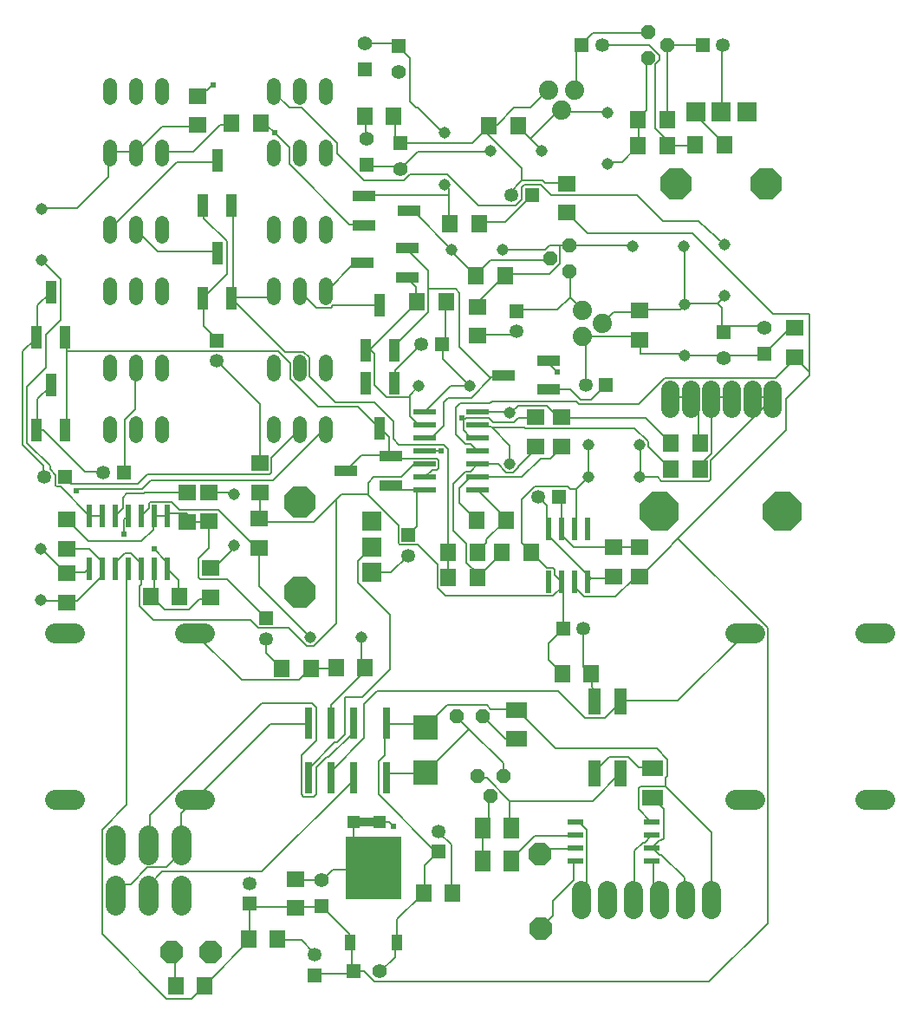
<source format=gbr>
G04 EAGLE Gerber X2 export*
%TF.Part,Single*%
%TF.FileFunction,Copper,L1,Top,Mixed*%
%TF.FilePolarity,Positive*%
%TF.GenerationSoftware,Autodesk,EAGLE,9.2.0*%
%TF.CreationDate,2018-10-30T13:39:06Z*%
G75*
%MOMM*%
%FSLAX34Y34*%
%LPD*%
%INTop Copper*%
%IPPOS*%
%AMOC8*
5,1,8,0,0,1.08239X$1,22.5*%
G01*
%ADD10C,1.143000*%
%ADD11R,1.350000X1.350000*%
%ADD12C,1.350000*%
%ADD13R,1.600000X1.800000*%
%ADD14R,1.800000X1.600000*%
%ADD15C,1.408000*%
%ADD16R,1.408000X1.408000*%
%ADD17C,1.320800*%
%ADD18R,0.600000X2.200000*%
%ADD19R,2.200000X0.600000*%
%ADD20C,1.950000*%
%ADD21R,0.800000X3.100000*%
%ADD22P,1.429621X8X202.500000*%
%ADD23P,2.336880X8X112.500000*%
%ADD24R,1.270000X2.540000*%
%ADD25C,1.879600*%
%ADD26P,1.429621X8X292.500000*%
%ADD27P,1.429621X8X112.500000*%
%ADD28R,1.600000X1.803000*%
%ADD29R,1.066800X2.184400*%
%ADD30R,1.803000X1.600000*%
%ADD31R,2.184400X1.066800*%
%ADD32R,2.000000X1.600000*%
%ADD33R,1.600000X2.000000*%
%ADD34R,1.879600X1.879600*%
%ADD35P,3.247170X8X112.500000*%
%ADD36R,1.000000X1.600000*%
%ADD37R,5.400000X6.200000*%
%ADD38R,1.549400X0.533400*%
%ADD39P,3.247170X8X22.500000*%
%ADD40P,2.336880X8X22.500000*%
%ADD41P,2.336880X8X202.500000*%
%ADD42R,2.400000X2.400000*%
%ADD43R,1.270000X1.270000*%
%ADD44C,0.812800*%
%ADD45C,1.800000*%
%ADD46P,4.123906X8X22.500000*%
%ADD47C,1.879600*%
%ADD48C,0.203200*%
%ADD49C,0.604800*%


D10*
X318710Y377210D03*
X268710Y377210D03*
D11*
X484900Y809150D03*
D12*
X464900Y809150D03*
D11*
X469900Y695800D03*
D12*
X469900Y675800D03*
D10*
X540150Y565150D03*
X590150Y565150D03*
D11*
X177490Y666880D03*
D12*
X177490Y646880D03*
D11*
X557640Y623650D03*
D12*
X537640Y623650D03*
D11*
X397350Y663480D03*
D12*
X377350Y663480D03*
D13*
X484090Y460470D03*
X456090Y460470D03*
D10*
X463550Y596500D03*
X463550Y546500D03*
X194020Y466910D03*
X194020Y516910D03*
D11*
X86200Y538020D03*
D12*
X66200Y538020D03*
D11*
X511650Y514350D03*
D12*
X491650Y514350D03*
D11*
X515510Y386000D03*
D12*
X535510Y386000D03*
D10*
X5000Y413530D03*
X5000Y463530D03*
D11*
X29050Y533400D03*
D12*
X9050Y533400D03*
D10*
X540150Y533400D03*
X590150Y533400D03*
D11*
X363870Y477000D03*
D12*
X363870Y457000D03*
D11*
X225780Y395840D03*
D12*
X225780Y375840D03*
D13*
X514590Y341550D03*
X542590Y341550D03*
D10*
X634050Y652588D03*
X634050Y702588D03*
D11*
X273050Y47150D03*
D12*
X273050Y67150D03*
D13*
X236250Y82550D03*
X208250Y82550D03*
X379700Y127000D03*
X407700Y127000D03*
D11*
X393700Y167800D03*
D12*
X393700Y187800D03*
D11*
X209550Y117000D03*
D12*
X209550Y137000D03*
D14*
X254000Y113000D03*
X254000Y141000D03*
D10*
X6350Y745160D03*
X6350Y795160D03*
D11*
X651940Y955743D03*
D12*
X671940Y955743D03*
D11*
X533560Y955743D03*
D12*
X553560Y955743D03*
D10*
X558800Y839380D03*
X558800Y889380D03*
X494900Y851870D03*
X444900Y851870D03*
D15*
X336550Y50800D03*
D16*
X311150Y50800D03*
D15*
X279400Y139700D03*
D16*
X279400Y114300D03*
D17*
X283800Y708396D02*
X283800Y721604D01*
X258400Y721604D02*
X258400Y708396D01*
X233000Y708396D02*
X233000Y721604D01*
X233000Y768396D02*
X233000Y781604D01*
X258400Y781604D02*
X258400Y768396D01*
X283800Y768396D02*
X283800Y781604D01*
D18*
X65420Y443900D03*
X65420Y495900D03*
X52720Y443900D03*
X78120Y443900D03*
X90820Y443900D03*
X52720Y495900D03*
X78120Y495900D03*
X90820Y495900D03*
X116220Y443900D03*
X116220Y495900D03*
X103520Y443900D03*
X128920Y443900D03*
X103520Y495900D03*
X128920Y495900D03*
D19*
X432400Y533400D03*
X380400Y533400D03*
X432400Y520700D03*
X432400Y546100D03*
X432400Y558800D03*
X380400Y520700D03*
X380400Y546100D03*
X380400Y558800D03*
X432400Y584200D03*
X380400Y584200D03*
X432400Y571500D03*
X432400Y596900D03*
X380400Y571500D03*
X380400Y596900D03*
D18*
X527050Y483200D03*
X527050Y431200D03*
X539750Y483200D03*
X514350Y483200D03*
X501650Y483200D03*
X539750Y431200D03*
X514350Y431200D03*
X501650Y431200D03*
D20*
X38250Y218850D02*
X18750Y218850D01*
X18750Y381150D02*
X38250Y381150D01*
X145750Y218850D02*
X165250Y218850D01*
X165250Y381150D02*
X145750Y381150D01*
D21*
X342800Y293200D03*
X310800Y293200D03*
X288800Y293200D03*
X266800Y293200D03*
X342800Y240200D03*
X310800Y240200D03*
X288800Y240200D03*
X266800Y240200D03*
D22*
X436900Y300000D03*
X411500Y300000D03*
D23*
X492760Y165100D03*
X493760Y92280D03*
D17*
X283800Y843396D02*
X283800Y856604D01*
X258400Y856604D02*
X258400Y843396D01*
X233000Y843396D02*
X233000Y856604D01*
X233000Y903396D02*
X233000Y916604D01*
X258400Y916604D02*
X258400Y903396D01*
X283800Y903396D02*
X283800Y916604D01*
X73000Y916604D02*
X73000Y903396D01*
X98400Y903396D02*
X98400Y916604D01*
X123800Y916604D02*
X123800Y903396D01*
X123800Y856604D02*
X123800Y843396D01*
X98400Y843396D02*
X98400Y856604D01*
X73000Y856604D02*
X73000Y843396D01*
D24*
X546100Y244400D03*
X571500Y244400D03*
X571500Y314400D03*
X546100Y314400D03*
D20*
X810250Y381150D02*
X829750Y381150D01*
X829750Y218850D02*
X810250Y218850D01*
X702750Y381150D02*
X683250Y381150D01*
X683250Y218850D02*
X702750Y218850D01*
D25*
X527050Y911320D03*
X514350Y892270D03*
X501650Y911320D03*
D26*
X598440Y943045D03*
X617490Y955745D03*
X598440Y968445D03*
D27*
X521970Y760080D03*
X502920Y747380D03*
X521970Y734680D03*
D25*
X534560Y696580D03*
X553610Y683880D03*
X534560Y671180D03*
D28*
X403340Y460470D03*
X431780Y460470D03*
X471420Y876490D03*
X442980Y876490D03*
X589030Y882650D03*
X617470Y882650D03*
X350230Y886260D03*
X321790Y886260D03*
X433320Y781050D03*
X404880Y781050D03*
D29*
X322550Y657450D03*
X336550Y701450D03*
X350550Y657450D03*
D28*
X617470Y857250D03*
X589030Y857250D03*
D30*
X519350Y820290D03*
X519350Y791850D03*
X431800Y671580D03*
X431800Y700020D03*
D28*
X458720Y730250D03*
X430280Y730250D03*
D30*
X590550Y696370D03*
X590550Y667930D03*
X741470Y679260D03*
X741470Y650820D03*
D31*
X501140Y619270D03*
X457140Y633270D03*
X501140Y647270D03*
X363630Y728950D03*
X319630Y742950D03*
X363630Y756950D03*
D29*
X350550Y625250D03*
X336550Y581250D03*
X322550Y625250D03*
D30*
X170910Y444770D03*
X170910Y416330D03*
D28*
X112590Y417370D03*
X141030Y417370D03*
D29*
X1240Y579440D03*
X15240Y623440D03*
X29240Y579440D03*
X1240Y669819D03*
X15240Y713819D03*
X29240Y669819D03*
D30*
X30590Y411230D03*
X30590Y439670D03*
X590550Y436630D03*
X590550Y465070D03*
D28*
X373130Y704850D03*
X401570Y704850D03*
D29*
X163800Y707900D03*
X177800Y751900D03*
X191800Y707900D03*
X163800Y798420D03*
X177800Y842420D03*
X191800Y798420D03*
D30*
X219130Y518640D03*
X219130Y547080D03*
D28*
X240560Y346930D03*
X269000Y346930D03*
D31*
X347120Y525750D03*
X303120Y539750D03*
X347120Y553750D03*
D32*
X469900Y278100D03*
X469900Y306100D03*
D28*
X403510Y435390D03*
X431950Y435390D03*
D30*
X565150Y436630D03*
X565150Y465070D03*
D28*
X431060Y491410D03*
X459500Y491410D03*
D33*
X464850Y190500D03*
X436850Y190500D03*
D30*
X514350Y592070D03*
X514350Y563630D03*
D28*
X649220Y541290D03*
X620780Y541290D03*
X649220Y566880D03*
X620780Y566880D03*
D33*
X436850Y158750D03*
X464850Y158750D03*
D32*
X603250Y248950D03*
X603250Y220950D03*
D28*
X322170Y347730D03*
X293730Y347730D03*
D30*
X488950Y563630D03*
X488950Y592070D03*
X30590Y492010D03*
X30590Y463570D03*
X218820Y464670D03*
X218820Y493110D03*
X169790Y490250D03*
X169790Y518690D03*
X148040Y490010D03*
X148040Y518450D03*
X158750Y877320D03*
X158750Y905760D03*
D34*
X645000Y890000D03*
X670000Y890000D03*
X695000Y890000D03*
D35*
X626000Y820000D03*
X714000Y820000D03*
D15*
X323850Y863600D03*
D16*
X323850Y838200D03*
D15*
X356870Y834390D03*
D16*
X356870Y859790D03*
D15*
X672562Y650113D03*
D16*
X672562Y675513D03*
D15*
X712470Y679450D03*
D16*
X712470Y654050D03*
D36*
X307400Y79000D03*
X353000Y79000D03*
D37*
X330200Y152000D03*
D38*
X528066Y196850D03*
X528066Y184150D03*
X528066Y171450D03*
X528066Y158750D03*
X602234Y158750D03*
X602234Y171450D03*
X602234Y184150D03*
X602234Y196850D03*
D34*
X328400Y490400D03*
X328400Y465400D03*
X328400Y440400D03*
D39*
X258400Y509400D03*
X258400Y421400D03*
D31*
X320900Y807750D03*
X364900Y793750D03*
X320900Y779750D03*
D17*
X73000Y781604D02*
X73000Y768396D01*
X98400Y768396D02*
X98400Y781604D01*
X123800Y781604D02*
X123800Y768396D01*
X123800Y721604D02*
X123800Y708396D01*
X98400Y708396D02*
X98400Y721604D01*
X73000Y721604D02*
X73000Y708396D01*
D40*
X133350Y69850D03*
D41*
X171450Y69850D03*
D42*
X381000Y288700D03*
X381000Y244700D03*
D43*
X311150Y196850D03*
X336550Y196850D03*
D44*
X311150Y196850D01*
D45*
X640000Y601000D02*
X640000Y619000D01*
X620000Y619000D02*
X620000Y601000D01*
X720000Y601000D02*
X720000Y619000D01*
X660000Y619000D02*
X660000Y601000D01*
X680000Y601000D02*
X680000Y619000D01*
X700000Y619000D02*
X700000Y601000D01*
D46*
X610000Y500000D03*
X730000Y500000D03*
D47*
X660400Y130048D02*
X660400Y111252D01*
X635000Y111252D02*
X635000Y130048D01*
X609600Y130048D02*
X609600Y111252D01*
X584200Y111252D02*
X584200Y130048D01*
X558800Y130048D02*
X558800Y111252D01*
X533400Y111252D02*
X533400Y130048D01*
D20*
X78000Y135000D02*
X78000Y115500D01*
X110000Y115500D02*
X110000Y135000D01*
X142000Y135000D02*
X142000Y115500D01*
X142000Y165000D02*
X142000Y184500D01*
X110000Y184500D02*
X110000Y165000D01*
X78000Y165000D02*
X78000Y184500D01*
D10*
X456400Y755650D03*
X406400Y755650D03*
X424650Y622300D03*
X374650Y622300D03*
X583140Y759160D03*
X633140Y759160D03*
X400050Y869550D03*
X400050Y819550D03*
D15*
X355280Y929020D03*
D16*
X355280Y954420D03*
D15*
X321990Y957500D03*
D16*
X321990Y932100D03*
D22*
X431800Y241300D03*
X444500Y222250D03*
X457200Y241300D03*
D28*
X191520Y878840D03*
X219960Y878840D03*
X673340Y857780D03*
X644900Y857780D03*
D17*
X73000Y586604D02*
X73000Y573396D01*
X98400Y573396D02*
X98400Y586604D01*
X123800Y586604D02*
X123800Y573396D01*
X123800Y633396D02*
X123800Y646604D01*
X98400Y646604D02*
X98400Y633396D01*
X73000Y633396D02*
X73000Y646604D01*
X283800Y646604D02*
X283800Y633396D01*
X258400Y633396D02*
X258400Y646604D01*
X233000Y646604D02*
X233000Y633396D01*
X233000Y586604D02*
X233000Y573396D01*
X258400Y573396D02*
X258400Y586604D01*
X283800Y586604D02*
X283800Y573396D01*
D10*
X673612Y711120D03*
X673612Y761120D03*
D13*
X136920Y36960D03*
X164920Y36960D03*
D48*
X566928Y465328D02*
X589280Y465328D01*
X566928Y465328D02*
X565150Y465070D01*
X589280Y465328D02*
X590550Y465070D01*
X514096Y483616D02*
X514096Y512064D01*
X512064Y514096D01*
X514096Y483616D02*
X514350Y483200D01*
X512064Y514096D02*
X511650Y514350D01*
X526288Y465328D02*
X564896Y465328D01*
X526288Y465328D02*
X516128Y475488D01*
X516128Y481584D01*
X564896Y465328D02*
X565150Y465070D01*
X516128Y481584D02*
X514350Y483200D01*
X103632Y495808D02*
X103520Y495900D01*
X218820Y464670D02*
X221488Y460616D01*
X103520Y495900D02*
X103632Y497840D01*
X110680Y507952D02*
X112168Y509440D01*
X110680Y503060D02*
X103520Y495900D01*
X110680Y503060D02*
X110680Y507952D01*
X132972Y509440D02*
X140447Y501965D01*
X132972Y509440D02*
X112168Y509440D01*
X140447Y501965D02*
X178682Y501965D01*
X218820Y427100D02*
X268710Y377210D01*
X218820Y427100D02*
X218820Y464670D01*
X215977Y464670D01*
X178682Y501965D01*
X288800Y310867D02*
X288800Y293200D01*
X288800Y310867D02*
X322170Y344237D01*
X322170Y347730D01*
X318710Y351190D01*
X318710Y377210D01*
X79248Y489712D02*
X79248Y495808D01*
X78120Y495900D01*
X79248Y489712D01*
X78120Y495900D02*
X85280Y503060D01*
X105756Y517996D02*
X106210Y518450D01*
X148040Y518450D01*
X85280Y513773D02*
X85280Y503060D01*
X85280Y513773D02*
X89503Y517996D01*
X105756Y517996D01*
X65024Y495808D02*
X52832Y495808D01*
X52720Y495900D01*
X65024Y495808D02*
X65420Y495900D01*
X10160Y672592D02*
X24384Y686816D01*
X10160Y672592D02*
X10160Y640080D01*
X-8128Y621792D01*
X-8128Y566928D01*
X14224Y544576D01*
X50800Y497840D02*
X51782Y496848D01*
X52720Y495900D01*
X24384Y686816D02*
X24384Y727126D01*
X6350Y745160D01*
X14224Y544576D02*
X14224Y541364D01*
X19760Y525598D02*
X21248Y524110D01*
X24520Y524110D01*
X51782Y496848D01*
X19760Y535828D02*
X14224Y541364D01*
X19760Y535828D02*
X19760Y525598D01*
X310896Y741680D02*
X319024Y741680D01*
X310896Y741680D02*
X284480Y715264D01*
X319024Y741680D02*
X319630Y742950D01*
X284480Y715264D02*
X283800Y715000D01*
X177490Y646880D02*
X219130Y605240D01*
X219130Y547080D01*
X164592Y680720D02*
X164592Y707136D01*
X164592Y680720D02*
X176784Y668528D01*
X164592Y707136D02*
X163800Y707900D01*
X176784Y668528D02*
X177490Y666880D01*
X164592Y786384D02*
X164592Y796544D01*
X164592Y786384D02*
X186944Y764032D01*
X186944Y731520D01*
X164592Y709168D01*
X164592Y796544D02*
X163800Y798420D01*
X164592Y709168D02*
X163800Y707900D01*
X176784Y753872D02*
X119888Y753872D01*
X99568Y774192D01*
X176784Y753872D02*
X177800Y751900D01*
X99568Y774192D02*
X98400Y775000D01*
X138176Y841248D02*
X176784Y841248D01*
X138176Y841248D02*
X73152Y776224D01*
X176784Y841248D02*
X177800Y842420D01*
X73152Y776224D02*
X73000Y775000D01*
X471424Y591312D02*
X487680Y591312D01*
X471424Y591312D02*
X467360Y587248D01*
X447040Y587248D01*
X442976Y591312D01*
X420624Y591312D01*
X418592Y589280D01*
X418592Y579120D01*
X424688Y573024D01*
X487680Y591312D02*
X488950Y592070D01*
X418592Y589280D02*
X416560Y591312D01*
D49*
X416560Y591312D03*
D48*
X430876Y573024D02*
X432400Y571500D01*
X430876Y573024D02*
X424688Y573024D01*
X440620Y469310D02*
X431780Y460470D01*
X432816Y520192D02*
X432400Y520700D01*
X459500Y491410D02*
X459135Y491045D01*
X440620Y472530D01*
X440620Y469310D01*
X459135Y493965D02*
X432400Y520700D01*
X459135Y493965D02*
X459135Y491045D01*
X430784Y532384D02*
X424688Y532384D01*
X430784Y532384D02*
X432400Y533400D01*
X510032Y562864D02*
X514096Y562864D01*
X514350Y563630D01*
X432400Y533400D02*
X425040Y533400D01*
X502748Y551516D02*
X510766Y559534D01*
X514096Y562864D01*
X475553Y533400D02*
X432400Y533400D01*
X475553Y533400D02*
X493669Y551516D01*
X502748Y551516D02*
X510766Y559534D01*
X502748Y551516D02*
X493669Y551516D01*
X431060Y491410D02*
X414260Y508210D01*
X414260Y522620D02*
X425040Y533400D01*
X414260Y522620D02*
X414260Y508210D01*
X488950Y563630D02*
X491260Y563630D01*
X493743Y563630D01*
X445008Y448448D02*
X431950Y435390D01*
X456090Y459530D02*
X456090Y460470D01*
X456090Y459530D02*
X445008Y448448D01*
X460131Y538245D02*
X466969Y538245D01*
X471805Y543081D01*
X452276Y546100D02*
X432400Y546100D01*
X471805Y544175D02*
X471805Y543081D01*
X460131Y538245D02*
X452276Y546100D01*
X471805Y544175D02*
X491260Y563630D01*
X425240Y538940D02*
X420348Y538940D01*
X431950Y439693D02*
X431950Y435390D01*
X431950Y439693D02*
X421240Y450403D01*
X421240Y468303D01*
X408200Y481343D01*
X408200Y526792D02*
X420348Y538940D01*
X408200Y526792D02*
X408200Y481343D01*
X425240Y538940D02*
X432400Y546100D01*
X510032Y593344D02*
X514096Y593344D01*
X510032Y593344D02*
X499872Y603504D01*
X471424Y603504D01*
X465328Y597408D01*
X514096Y593344D02*
X514350Y592070D01*
X465328Y597408D02*
X463550Y596500D01*
X619760Y564896D02*
X620780Y566880D01*
X516128Y591312D02*
X514350Y592070D01*
X596348Y591312D02*
X620780Y566880D01*
X596348Y591312D02*
X516128Y591312D01*
X463550Y596500D02*
X463150Y596900D01*
X432400Y596900D01*
X619760Y540512D02*
X620780Y541290D01*
X445008Y583184D02*
X432816Y583184D01*
X445008Y583184D02*
X446336Y581856D01*
X432816Y583184D02*
X432400Y584200D01*
X598405Y563665D02*
X620780Y541290D01*
X598405Y563665D02*
X598405Y568569D01*
X478883Y581530D02*
X478557Y581856D01*
X446336Y581856D01*
X585444Y581530D02*
X598405Y568569D01*
X585444Y581530D02*
X478883Y581530D01*
X463550Y564642D02*
X463550Y546500D01*
X463550Y564642D02*
X446336Y581856D01*
X345440Y573024D02*
X345440Y554736D01*
X345440Y573024D02*
X337312Y581152D01*
X345440Y554736D02*
X347120Y553750D01*
X337312Y581152D02*
X336550Y581250D01*
X30480Y656336D02*
X30480Y668528D01*
X30480Y656336D02*
X30480Y581152D01*
X29240Y579440D01*
X30480Y668528D02*
X29240Y669819D01*
X303120Y539750D02*
X318106Y554736D01*
X345440Y554736D01*
X392452Y551640D02*
X394284Y549808D01*
X394284Y542392D01*
X392452Y540560D01*
X387560Y540560D01*
X380400Y533400D01*
X349230Y551640D02*
X347120Y553750D01*
X349230Y551640D02*
X392452Y551640D01*
X249256Y629608D02*
X249256Y644697D01*
X237617Y656336D01*
X249256Y629608D02*
X276104Y602760D01*
X237617Y656336D02*
X30480Y656336D01*
X276104Y602760D02*
X315040Y602760D01*
X336550Y581250D01*
X372680Y521176D02*
X374872Y521176D01*
X372680Y521176D02*
X348198Y521176D01*
X375348Y520700D02*
X380400Y520700D01*
X375348Y520700D02*
X374872Y521176D01*
X348198Y521176D02*
X347120Y525750D01*
X372680Y485810D02*
X363870Y477000D01*
X372680Y485810D02*
X372680Y521176D01*
X292608Y274320D02*
X268224Y249936D01*
X292608Y274320D02*
X294640Y274320D01*
X302768Y282448D01*
X302768Y319088D01*
X268224Y249936D02*
X268224Y241624D01*
X266800Y240200D01*
X314960Y451960D02*
X328400Y465400D01*
X314960Y451960D02*
X314960Y430784D01*
X346500Y399244D01*
X319675Y319088D02*
X302768Y319088D01*
X319675Y319088D02*
X346500Y345913D01*
X346500Y399244D01*
X650240Y542544D02*
X650240Y546608D01*
X660400Y556768D01*
X660400Y609600D01*
X650240Y542544D02*
X649220Y541290D01*
X660400Y609600D02*
X660000Y610000D01*
X660400Y611632D02*
X678688Y611632D01*
X680000Y610000D01*
X660400Y611632D02*
X660000Y610000D01*
X648208Y601472D02*
X648208Y566928D01*
X648208Y601472D02*
X640080Y609600D01*
X648208Y566928D02*
X649220Y566880D01*
X640080Y609600D02*
X640000Y610000D01*
X638048Y611632D02*
X621792Y611632D01*
X620000Y610000D01*
X638048Y611632D02*
X640000Y610000D01*
X400304Y666496D02*
X400304Y703072D01*
X400304Y666496D02*
X398272Y664464D01*
X400304Y703072D02*
X401570Y704850D01*
X398272Y664464D02*
X397350Y663480D01*
X405800Y622300D02*
X424650Y622300D01*
X405800Y622300D02*
X380400Y596900D01*
X398272Y662558D02*
X397350Y663480D01*
X398272Y648678D02*
X424650Y622300D01*
X398272Y648678D02*
X398272Y662558D01*
X158496Y875792D02*
X123952Y875792D01*
X99568Y851408D01*
X158496Y875792D02*
X158750Y877320D01*
X99568Y851408D02*
X98400Y850000D01*
X40640Y796544D02*
X8128Y796544D01*
X40640Y796544D02*
X71120Y827024D01*
X71120Y849376D01*
X8128Y796544D02*
X6350Y795160D01*
X71120Y849376D02*
X73000Y850000D01*
X73152Y851408D02*
X97536Y851408D01*
X98400Y850000D01*
X73152Y851408D02*
X73000Y850000D01*
X158750Y905760D02*
X160528Y904240D01*
X695000Y890000D02*
X694944Y887984D01*
X172588Y916300D02*
X160528Y904240D01*
X172588Y916300D02*
X174020Y916300D01*
D49*
X174020Y916300D03*
D48*
X670560Y890016D02*
X670560Y955040D01*
X671940Y955743D01*
X670560Y890016D02*
X670000Y890000D01*
X617728Y883920D02*
X617728Y955040D01*
X617728Y883920D02*
X617470Y882650D01*
X617728Y955040D02*
X617490Y955745D01*
X617728Y955040D02*
X650240Y955040D01*
X651940Y955743D01*
X617728Y955040D02*
X617490Y955745D01*
X597408Y967232D02*
X544576Y967232D01*
X534416Y957072D01*
X597408Y967232D02*
X598440Y968445D01*
X534416Y957072D02*
X533560Y955743D01*
X528320Y950976D02*
X528320Y912368D01*
X528320Y950976D02*
X532384Y955040D01*
X528320Y912368D02*
X527050Y911320D01*
X532384Y955040D02*
X533560Y955743D01*
X483616Y863600D02*
X493776Y853440D01*
X483616Y863600D02*
X471424Y875792D01*
X471420Y876490D01*
X493776Y853440D02*
X494900Y851870D01*
X518160Y890016D02*
X558800Y890016D01*
X518160Y890016D02*
X516128Y892048D01*
X558800Y890016D02*
X558800Y889380D01*
X516128Y892048D02*
X514350Y892270D01*
X514096Y894080D02*
X483616Y863600D01*
X514350Y892270D02*
X514096Y894080D01*
X589280Y881888D02*
X589280Y857504D01*
X589030Y857250D01*
X589280Y881888D02*
X589030Y882650D01*
X573024Y841248D02*
X558800Y841248D01*
X573024Y841248D02*
X587248Y855472D01*
X558800Y841248D02*
X558800Y839380D01*
X587248Y855472D02*
X589030Y857250D01*
X597408Y892048D02*
X597408Y942848D01*
X597408Y892048D02*
X589280Y883920D01*
X597408Y942848D02*
X598440Y943045D01*
X589280Y883920D02*
X589030Y882650D01*
X459232Y782320D02*
X434848Y782320D01*
X459232Y782320D02*
X485648Y808736D01*
X434848Y782320D02*
X433320Y781050D01*
X484900Y809150D02*
X485648Y808736D01*
X404368Y808736D02*
X404368Y814832D01*
X404368Y808736D02*
X404368Y782320D01*
X404368Y814832D02*
X400304Y818896D01*
X404368Y782320D02*
X404880Y781050D01*
X400304Y818896D02*
X400050Y819550D01*
X404368Y808736D02*
X321056Y808736D01*
X320900Y807750D01*
X522224Y733552D02*
X522224Y709168D01*
X534416Y696976D01*
X522224Y733552D02*
X521970Y734680D01*
X534416Y696976D02*
X534560Y696580D01*
X510032Y696976D02*
X471424Y696976D01*
X510032Y696976D02*
X522224Y709168D01*
X471424Y696976D02*
X469900Y695800D01*
X432816Y701040D02*
X432816Y705104D01*
X457200Y729488D01*
X432816Y701040D02*
X431800Y700020D01*
X457200Y729488D02*
X458720Y730250D01*
X457200Y755904D02*
X497840Y755904D01*
X501904Y759968D01*
X512064Y759968D02*
X520192Y759968D01*
X512064Y759968D02*
X501904Y759968D01*
X457200Y755904D02*
X456400Y755650D01*
X520192Y759968D02*
X521970Y760080D01*
X522224Y759968D02*
X581152Y759968D01*
X583140Y759160D01*
X522224Y759968D02*
X521970Y760080D01*
X501904Y731520D02*
X459232Y731520D01*
X501904Y731520D02*
X512064Y741680D01*
X512064Y759968D01*
X459232Y731520D02*
X458720Y730250D01*
X428752Y731520D02*
X406400Y753872D01*
X428752Y731520D02*
X430280Y730250D01*
X406400Y753872D02*
X406400Y755650D01*
X369824Y792480D02*
X365760Y792480D01*
X369824Y792480D02*
X406400Y755904D01*
X365760Y792480D02*
X364900Y793750D01*
X406400Y755904D02*
X406400Y755650D01*
X445008Y745744D02*
X501904Y745744D01*
X445008Y745744D02*
X430784Y731520D01*
X501904Y745744D02*
X502920Y747380D01*
X430784Y731520D02*
X430280Y730250D01*
X542970Y608980D02*
X557640Y623650D01*
X542970Y608980D02*
X532990Y608980D01*
X522700Y619270D01*
X501140Y619270D01*
X379984Y585216D02*
X373888Y585216D01*
X365760Y593344D01*
X365760Y611632D02*
X365760Y613664D01*
X365760Y611632D02*
X365760Y593344D01*
X365760Y613664D02*
X373888Y621792D01*
X379984Y585216D02*
X380400Y584200D01*
X373888Y621792D02*
X374650Y622300D01*
X371856Y705104D02*
X371856Y719328D01*
X363728Y727456D01*
X371856Y705104D02*
X373130Y704850D01*
X363728Y727456D02*
X363630Y728950D01*
X327152Y658368D02*
X323088Y658368D01*
X327152Y658368D02*
X371856Y703072D01*
X323088Y658368D02*
X322550Y657450D01*
X371856Y703072D02*
X373130Y704850D01*
X365760Y611632D02*
X343408Y611632D01*
X331216Y623824D01*
X331216Y654304D01*
X327152Y658368D01*
X322550Y657450D01*
X402336Y461264D02*
X402682Y460991D01*
X403340Y460470D01*
X227584Y709168D02*
X193040Y709168D01*
X227584Y709168D02*
X231648Y713232D01*
X193040Y709168D02*
X191800Y707900D01*
X231648Y713232D02*
X233000Y715000D01*
X193040Y709168D02*
X193040Y796544D01*
X191800Y798420D01*
X193040Y709168D02*
X191800Y707900D01*
X403510Y458920D02*
X403510Y435390D01*
X403510Y458920D02*
X403510Y460162D01*
X402682Y460991D01*
X267544Y650392D02*
X262188Y655748D01*
X267544Y650392D02*
X267544Y632156D01*
X243952Y655748D02*
X191800Y707900D01*
X243952Y655748D02*
X262188Y655748D01*
X267544Y632156D02*
X292876Y606824D01*
X355218Y565500D02*
X398612Y565500D01*
X355218Y565500D02*
X349504Y571214D01*
X349504Y588144D01*
X398612Y565500D02*
X403510Y560602D01*
X330824Y606824D02*
X292876Y606824D01*
X330824Y606824D02*
X349504Y588144D01*
X403510Y560602D02*
X403510Y458920D01*
X335280Y701040D02*
X290576Y701040D01*
X288544Y699008D01*
X274320Y699008D01*
X260096Y713232D01*
X335280Y701040D02*
X336550Y701450D01*
X260096Y713232D02*
X258400Y715000D01*
X373888Y851408D02*
X442976Y851408D01*
X373888Y851408D02*
X357632Y835152D01*
X442976Y851408D02*
X444900Y851870D01*
X357632Y835152D02*
X356870Y834390D01*
X353568Y837184D02*
X325120Y837184D01*
X353568Y837184D02*
X355600Y835152D01*
X325120Y837184D02*
X323850Y838200D01*
X355600Y835152D02*
X356870Y834390D01*
X192240Y518690D02*
X194020Y516910D01*
X192240Y518690D02*
X169790Y518690D01*
X170910Y444770D02*
X172720Y442976D01*
X170910Y444770D01*
X172720Y442976D02*
X194020Y464276D01*
X194020Y466910D01*
X170688Y414528D02*
X166624Y414528D01*
X170688Y414528D02*
X170910Y416330D01*
X113792Y416560D02*
X112590Y417370D01*
X113792Y418592D02*
X115824Y420624D01*
X115824Y442976D02*
X116220Y443900D01*
X113792Y418592D02*
X112590Y417370D01*
X160528Y414528D02*
X166624Y414528D01*
X160528Y414528D02*
X150368Y404368D01*
X125984Y404368D01*
X113792Y416560D01*
X166624Y414528D02*
X170910Y416330D01*
X113792Y416560D02*
X112590Y417370D01*
X115824Y420624D02*
X115824Y442976D01*
X116220Y443900D01*
X115824Y420624D02*
X112590Y417370D01*
X2032Y581152D02*
X2032Y609600D01*
X14224Y621792D01*
X2032Y581152D02*
X1240Y579440D01*
X14224Y621792D02*
X15240Y623440D01*
X48768Y538480D02*
X65024Y538480D01*
X48768Y538480D02*
X8128Y579120D01*
X2032Y579120D01*
X65024Y538480D02*
X66200Y538020D01*
X2032Y579120D02*
X1240Y579440D01*
X6096Y412496D02*
X30480Y412496D01*
X30590Y411230D01*
X6096Y412496D02*
X5000Y413530D01*
X32512Y463296D02*
X52832Y463296D01*
X65024Y451104D01*
X65024Y445008D01*
X32512Y463296D02*
X30590Y463570D01*
X65024Y445008D02*
X65420Y443900D01*
X40640Y412496D02*
X32512Y412496D01*
X40640Y412496D02*
X65024Y436880D01*
X65024Y442976D01*
X32512Y412496D02*
X30590Y411230D01*
X65024Y442976D02*
X65420Y443900D01*
X2032Y670560D02*
X2032Y701040D01*
X14224Y713232D01*
X2032Y670560D02*
X1240Y669819D01*
X14224Y713232D02*
X15240Y713819D01*
X8128Y544576D02*
X8128Y534416D01*
X8128Y544576D02*
X-12192Y564896D01*
X-12192Y656336D01*
X0Y668528D01*
X8128Y534416D02*
X9050Y533400D01*
X0Y668528D02*
X1240Y669819D01*
X603504Y158496D02*
X603504Y128016D01*
X609600Y121920D01*
X603504Y158496D02*
X602234Y158750D01*
X609600Y121920D02*
X609600Y120650D01*
X603504Y172720D02*
X609600Y178816D01*
X611632Y178816D01*
X613664Y180848D01*
X613664Y209296D01*
X603504Y219456D01*
X603504Y172720D02*
X602234Y171450D01*
X603504Y219456D02*
X603250Y220950D01*
X603504Y170688D02*
X609600Y164592D01*
X611632Y164592D01*
X633984Y142240D01*
X633984Y121920D01*
X603504Y170688D02*
X602234Y171450D01*
X633984Y121920D02*
X635000Y120650D01*
X595376Y176784D02*
X601472Y182880D01*
X595376Y176784D02*
X593344Y176784D01*
X585216Y168656D01*
X585216Y121920D01*
X601472Y182880D02*
X602234Y184150D01*
X585216Y121920D02*
X584200Y120650D01*
X532384Y195072D02*
X528320Y195072D01*
X532384Y195072D02*
X538480Y188976D01*
X538480Y125984D01*
X534416Y121920D01*
X528320Y195072D02*
X528066Y196850D01*
X534416Y121920D02*
X533400Y120650D01*
X469392Y278384D02*
X459232Y278384D01*
X438912Y298704D01*
X469392Y278384D02*
X469900Y278100D01*
X438912Y298704D02*
X436900Y300000D01*
X379984Y243840D02*
X345440Y243840D01*
X343408Y241808D01*
X379984Y243840D02*
X381000Y244700D01*
X343408Y241808D02*
X342800Y240200D01*
X457200Y241808D02*
X457200Y254000D01*
X422656Y288544D02*
X412496Y298704D01*
X422656Y288544D02*
X457200Y254000D01*
X457200Y241808D02*
X457200Y241300D01*
X412496Y298704D02*
X411500Y300000D01*
X422656Y286512D02*
X382016Y245872D01*
X422656Y286512D02*
X422656Y288544D01*
X382016Y245872D02*
X381000Y244700D01*
X436880Y188976D02*
X436880Y160528D01*
X436850Y158750D01*
X436880Y188976D02*
X436850Y190500D01*
X442976Y197104D02*
X442976Y221488D01*
X442976Y197104D02*
X436880Y191008D01*
X442976Y221488D02*
X444500Y222250D01*
X436880Y191008D02*
X436850Y190500D01*
X487680Y182880D02*
X526288Y182880D01*
X487680Y182880D02*
X465328Y160528D01*
X526288Y182880D02*
X528066Y184150D01*
X465328Y160528D02*
X464850Y158750D01*
X589280Y209296D02*
X601472Y197104D01*
X589280Y209296D02*
X589280Y229616D01*
X591312Y231648D01*
X615696Y231648D01*
X660400Y186944D01*
X602234Y196850D02*
X601472Y197104D01*
X469392Y306832D02*
X445008Y306832D01*
X440944Y310896D01*
X402336Y310896D01*
X382016Y290576D01*
X469392Y306832D02*
X469900Y306100D01*
X382016Y290576D02*
X381000Y288700D01*
X377952Y292608D02*
X343408Y292608D01*
X377952Y292608D02*
X379984Y290576D01*
X343408Y292608D02*
X342800Y293200D01*
X379984Y290576D02*
X381000Y288700D01*
X351536Y77216D02*
X351536Y65024D01*
X337312Y50800D01*
X351536Y77216D02*
X353000Y79000D01*
X337312Y50800D02*
X336550Y50800D01*
X379984Y128016D02*
X379984Y154432D01*
X392176Y166624D01*
X379984Y128016D02*
X379700Y127000D01*
X392176Y166624D02*
X393700Y167800D01*
X353568Y101600D02*
X353568Y79248D01*
X353568Y101600D02*
X377952Y125984D01*
X353568Y79248D02*
X353000Y79000D01*
X377952Y125984D02*
X379700Y127000D01*
X341376Y262128D02*
X341376Y292608D01*
X341376Y262128D02*
X335280Y256032D01*
X335280Y223520D01*
X392176Y166624D01*
X341376Y292608D02*
X342800Y293200D01*
X393700Y167800D02*
X392176Y166624D01*
X615696Y231648D02*
X615696Y239776D01*
X617728Y241808D01*
X617728Y258064D01*
X607332Y268460D01*
X507764Y268460D01*
X471424Y304800D01*
X469900Y306100D01*
X660400Y186944D02*
X660400Y120650D01*
X526288Y170688D02*
X497840Y170688D01*
X493776Y166624D01*
X526288Y170688D02*
X528066Y171450D01*
X493776Y166624D02*
X492760Y165100D01*
X589280Y249936D02*
X601472Y249936D01*
X589280Y249936D02*
X579120Y260096D01*
X560832Y260096D01*
X546608Y245872D01*
X601472Y249936D02*
X603250Y248950D01*
X546608Y245872D02*
X546100Y244400D01*
X93472Y136144D02*
X79248Y136144D01*
X93472Y136144D02*
X109728Y152400D01*
X128016Y152400D01*
X140208Y164592D01*
X79248Y136144D02*
X78000Y135000D01*
X140208Y164592D02*
X142000Y165000D01*
X229616Y292608D02*
X266192Y292608D01*
X229616Y292608D02*
X156464Y219456D01*
X266192Y292608D02*
X266800Y293200D01*
X156464Y219456D02*
X155500Y218850D01*
X142240Y205232D02*
X142240Y166624D01*
X142240Y205232D02*
X154432Y217424D01*
X142240Y166624D02*
X142000Y165000D01*
X154432Y217424D02*
X155500Y218850D01*
X308864Y235712D02*
X308864Y239776D01*
X308864Y235712D02*
X221488Y148336D01*
X123952Y148336D01*
X111760Y136144D01*
X308864Y239776D02*
X310800Y240200D01*
X111760Y136144D02*
X110000Y135000D01*
X240560Y346930D02*
X225780Y361710D01*
X225780Y375840D01*
X308864Y282448D02*
X286512Y260096D01*
X284480Y260096D01*
X274320Y249936D01*
X274320Y223520D01*
X272288Y221488D01*
X262128Y221488D01*
X260096Y223520D01*
X260096Y262128D01*
X274320Y276352D01*
X274320Y308864D01*
X270256Y312928D01*
X221488Y312928D01*
X111760Y203200D01*
X111760Y166760D02*
X110000Y165000D01*
X111760Y166760D02*
X111760Y203200D01*
X308864Y282448D02*
X308864Y291264D01*
X310800Y293200D01*
X497840Y820928D02*
X518160Y820928D01*
X497840Y820928D02*
X495808Y822960D01*
X475488Y822960D01*
X463296Y810768D01*
X518160Y820928D02*
X519350Y820290D01*
X464900Y809150D02*
X463296Y810768D01*
X351536Y865632D02*
X351536Y885952D01*
X351536Y865632D02*
X355600Y861568D01*
X351536Y885952D02*
X350230Y886260D01*
X355600Y861568D02*
X356870Y859790D01*
X445008Y877824D02*
X451104Y877824D01*
X467360Y894080D01*
X483616Y894080D01*
X499872Y910336D01*
X445008Y877824D02*
X442980Y876490D01*
X499872Y910336D02*
X501650Y911320D01*
X426720Y859536D02*
X357632Y859536D01*
X438912Y871728D02*
X442976Y875792D01*
X438912Y871728D02*
X426720Y859536D01*
X357632Y859536D02*
X356870Y859790D01*
X442976Y875792D02*
X442980Y876490D01*
X475488Y835152D02*
X475488Y822960D01*
X475488Y835152D02*
X438912Y871728D01*
X442980Y876490D01*
X573024Y314960D02*
X627888Y314960D01*
X692912Y379984D01*
X573024Y314960D02*
X571500Y314400D01*
X692912Y379984D02*
X693000Y381150D01*
X290576Y247904D02*
X290576Y241808D01*
X290576Y247904D02*
X321420Y278748D01*
X321420Y311944D01*
X334168Y324692D01*
X510952Y324692D01*
X536940Y298704D01*
X556768Y298704D01*
X570992Y312928D01*
X290576Y241808D02*
X288800Y240200D01*
X570992Y312928D02*
X571500Y314400D01*
X308864Y77216D02*
X308864Y52832D01*
X310896Y50800D01*
X308864Y77216D02*
X307400Y79000D01*
X310896Y50800D02*
X311150Y50800D01*
X304800Y48768D02*
X274320Y48768D01*
X304800Y48768D02*
X308864Y52832D01*
X274320Y48768D02*
X273050Y47150D01*
X308864Y52832D02*
X311150Y50800D01*
X278384Y113792D02*
X254000Y113792D01*
X254000Y113000D01*
X278384Y113792D02*
X279400Y114300D01*
X209296Y81280D02*
X166624Y38608D01*
X164920Y36960D01*
X209296Y81280D02*
X208250Y82550D01*
X89408Y213360D02*
X65024Y188976D01*
X65024Y87376D01*
X128016Y24384D01*
X209296Y83312D02*
X209296Y113792D01*
X209296Y115824D01*
X209550Y117000D01*
X209296Y83312D02*
X208250Y82550D01*
X209296Y113792D02*
X254000Y113792D01*
X254000Y113000D01*
X209550Y117000D02*
X209296Y113792D01*
X306832Y87376D02*
X306832Y79248D01*
X306832Y87376D02*
X280416Y113792D01*
X306832Y79248D02*
X307400Y79000D01*
X280416Y113792D02*
X279400Y114300D01*
X585216Y434848D02*
X589280Y434848D01*
X585216Y434848D02*
X566928Y416560D01*
X536448Y416560D01*
X528320Y424688D01*
X528320Y430784D01*
X589280Y434848D02*
X590550Y436630D01*
X528320Y430784D02*
X527050Y431200D01*
X733552Y579120D02*
X733552Y610352D01*
X627888Y473456D02*
X615696Y461264D01*
X627888Y473456D02*
X733552Y579120D01*
X321056Y50800D02*
X312928Y50800D01*
X321056Y50800D02*
X331216Y40640D01*
X658388Y40640D01*
X715264Y97516D01*
X715264Y386080D01*
X627888Y473456D01*
X312928Y50800D02*
X311150Y50800D01*
X755930Y632730D02*
X755930Y634480D01*
X755930Y632730D02*
X733552Y610352D01*
X539165Y772035D02*
X519350Y791850D01*
X539165Y772035D02*
X641685Y772035D01*
X741470Y650820D02*
X742345Y649945D01*
X755930Y636360D01*
X755930Y634480D01*
X591062Y436630D02*
X590550Y436630D01*
X591062Y436630D02*
X615696Y461264D01*
X432400Y558800D02*
X425240Y565960D01*
X420348Y565960D01*
X528655Y607568D02*
X531307Y604916D01*
X415199Y605520D02*
X410996Y601317D01*
X415199Y605520D02*
X443956Y605520D01*
X446004Y607568D01*
X528655Y607568D01*
X420348Y565960D02*
X410996Y575312D01*
X410996Y601317D01*
X722940Y630540D02*
X742345Y649945D01*
X722940Y630540D02*
X615220Y630540D01*
X589596Y604916D02*
X531307Y604916D01*
X589596Y604916D02*
X615220Y630540D01*
X89408Y442488D02*
X89408Y213360D01*
X89408Y442488D02*
X90820Y443900D01*
X164920Y36960D02*
X152344Y24384D01*
X128016Y24384D01*
X721062Y692658D02*
X641685Y772035D01*
X755930Y692658D02*
X755930Y634480D01*
X755930Y692658D02*
X721062Y692658D01*
X225552Y877824D02*
X221488Y877824D01*
X233680Y869696D02*
X247904Y855472D01*
X233680Y869696D02*
X225552Y877824D01*
X247904Y855472D02*
X247904Y839216D01*
X306832Y780288D01*
X319024Y780288D01*
X221488Y877824D02*
X219960Y878840D01*
X319024Y780288D02*
X320900Y779750D01*
X542590Y341550D02*
X545258Y314709D01*
X546100Y314400D01*
X542544Y434848D02*
X564896Y434848D01*
X542544Y434848D02*
X540512Y432816D01*
X564896Y434848D02*
X565150Y436630D01*
X540512Y432816D02*
X539750Y431200D01*
X617728Y857504D02*
X644144Y857504D01*
X617728Y857504D02*
X617470Y857250D01*
X644144Y857504D02*
X644900Y857780D01*
X260096Y81280D02*
X237744Y81280D01*
X260096Y81280D02*
X272288Y69088D01*
X237744Y81280D02*
X236250Y82550D01*
X272288Y69088D02*
X273050Y67150D01*
X278384Y140208D02*
X254000Y140208D01*
X254000Y141000D01*
X278384Y140208D02*
X279400Y139700D01*
X432816Y672592D02*
X467360Y672592D01*
X469392Y674624D01*
X432816Y672592D02*
X431800Y671580D01*
X469392Y674624D02*
X469900Y675800D01*
X90820Y495900D02*
X86820Y491900D01*
X86820Y478184D01*
X382016Y558800D02*
X396240Y558800D01*
X382016Y558800D02*
X380400Y558800D01*
X499872Y505968D02*
X499872Y483616D01*
X499872Y505968D02*
X491744Y514096D01*
X499872Y483616D02*
X501650Y483200D01*
X491744Y514096D02*
X491650Y514350D01*
X328400Y490400D02*
X327152Y489712D01*
X615696Y857504D02*
X615696Y863600D01*
X605536Y873760D01*
X605536Y936752D01*
X609600Y940816D01*
X609600Y944880D01*
X599440Y955040D01*
X554736Y955040D01*
X615696Y857504D02*
X617470Y857250D01*
X554736Y955040D02*
X553560Y955743D01*
X501904Y475488D02*
X542544Y434848D01*
X501904Y475488D02*
X501904Y481584D01*
X542544Y434848D02*
X539750Y431200D01*
X501904Y481584D02*
X501650Y483200D01*
X329184Y150368D02*
X290576Y150368D01*
X280416Y140208D01*
X329184Y150368D02*
X330200Y152000D01*
X280416Y140208D02*
X279400Y139700D01*
D49*
X86820Y478184D03*
X396240Y558800D03*
X233680Y869696D03*
D48*
X311150Y171050D02*
X330200Y152000D01*
X292930Y346930D02*
X293730Y347730D01*
X292930Y346930D02*
X269500Y346930D01*
X269000Y346930D01*
X269500Y346930D02*
X257945Y335375D01*
X201275Y335375D02*
X155500Y381150D01*
X201275Y335375D02*
X257945Y335375D01*
X311150Y196850D02*
X311150Y171050D01*
X535510Y348630D02*
X542590Y341550D01*
X535510Y348630D02*
X535510Y386000D01*
X526288Y158496D02*
X526288Y140208D01*
X505968Y119888D01*
X505968Y105664D01*
X493776Y93472D01*
X526288Y158496D02*
X528066Y158750D01*
X493776Y93472D02*
X493760Y92280D01*
X406400Y128016D02*
X406400Y174752D01*
X394208Y186944D01*
X406400Y128016D02*
X407700Y127000D01*
X394208Y186944D02*
X393700Y187800D01*
X463296Y191008D02*
X463296Y217424D01*
X440944Y239776D01*
X432816Y239776D01*
X463296Y191008D02*
X464850Y190500D01*
X432816Y239776D02*
X431800Y241300D01*
X544576Y217424D02*
X570992Y243840D01*
X544576Y217424D02*
X463296Y217424D01*
X570992Y243840D02*
X571500Y244400D01*
D49*
X349580Y192500D03*
D48*
X345230Y196850D02*
X336550Y196850D01*
X345230Y196850D02*
X349580Y192500D01*
X528320Y483616D02*
X528320Y522224D01*
X538480Y532384D01*
X528320Y483616D02*
X527050Y483200D01*
X538480Y532384D02*
X540150Y533400D01*
X540512Y534416D02*
X540512Y564896D01*
X540150Y565150D01*
X540512Y534416D02*
X540150Y533400D01*
X516128Y430784D02*
X516128Y426580D01*
X516128Y386080D01*
X515510Y386000D01*
X516128Y430784D02*
X514350Y431200D01*
X522224Y522224D02*
X528320Y522224D01*
X522224Y522224D02*
X520192Y524256D01*
X487680Y524256D01*
X475488Y512064D01*
X103520Y443900D02*
X101600Y442976D01*
X79248Y445008D02*
X79248Y451104D01*
X79248Y445008D02*
X78120Y443900D01*
X101600Y445008D02*
X103520Y443900D01*
X379984Y544576D02*
X380400Y546100D01*
X325120Y528220D02*
X325120Y526680D01*
X325120Y517440D01*
X325120Y516128D01*
X380400Y546100D02*
X381920Y546100D01*
X500046Y646176D02*
X501140Y647270D01*
X475488Y469072D02*
X484090Y460470D01*
X499820Y444740D01*
X505702Y444740D01*
X507190Y443252D01*
X354580Y486668D02*
X325120Y516128D01*
X354580Y486668D02*
X354580Y469198D01*
X356068Y467710D01*
X373538Y467710D01*
X392970Y448278D01*
X514622Y426580D02*
X516128Y426580D01*
X392970Y425323D02*
X392970Y448278D01*
X505702Y417660D02*
X514622Y426580D01*
X400633Y417660D02*
X392970Y425323D01*
X400633Y417660D02*
X505702Y417660D01*
X369756Y546100D02*
X357280Y533624D01*
X330524Y533624D02*
X325120Y528220D01*
X330524Y533624D02*
X357280Y533624D01*
X501140Y644620D02*
X501140Y647270D01*
X501140Y644620D02*
X509740Y636020D01*
D49*
X509740Y636020D03*
D48*
X507190Y443252D02*
X507190Y438360D01*
X514350Y431200D01*
X87376Y459232D02*
X79248Y451104D01*
X87376Y459232D02*
X93472Y459232D01*
X101600Y451104D01*
X101600Y445008D01*
X79248Y451104D02*
X78120Y443900D01*
X101600Y445008D02*
X103520Y443900D01*
X101600Y442976D01*
X222166Y489764D02*
X271912Y489764D01*
X222166Y489764D02*
X218820Y493110D01*
X102050Y427437D02*
X102050Y407303D01*
X103520Y428907D02*
X103520Y443900D01*
X103520Y428907D02*
X102050Y427437D01*
X102050Y407303D02*
X115113Y394240D01*
X265291Y368955D02*
X272129Y368955D01*
X217978Y386550D02*
X210288Y394240D01*
X217978Y386550D02*
X247696Y386550D01*
X265291Y368955D01*
X210288Y394240D02*
X115113Y394240D01*
X272129Y368955D02*
X294278Y391104D01*
X324260Y516580D02*
X325120Y517440D01*
X293784Y511636D02*
X271912Y489764D01*
X293784Y511636D02*
X298728Y516580D01*
X301840Y516580D01*
X324260Y516580D01*
X369756Y546100D02*
X380400Y546100D01*
X515510Y386000D02*
X515510Y385462D01*
X501336Y371288D01*
X501336Y354804D01*
X514590Y341550D01*
X475488Y469072D02*
X475488Y512064D01*
X294278Y511142D02*
X293784Y511636D01*
X294278Y511142D02*
X294278Y391104D01*
X219130Y493420D02*
X219130Y518640D01*
X219130Y493420D02*
X218820Y493110D01*
X32512Y491744D02*
X30590Y492010D01*
X115824Y497840D02*
X116220Y495900D01*
X130048Y497840D02*
X148336Y497840D01*
X148040Y490010D01*
X130048Y497840D02*
X128920Y495900D01*
X169790Y490250D02*
X172720Y495808D01*
X128016Y495808D02*
X117856Y495808D01*
X116220Y495900D01*
X128016Y495808D02*
X128920Y495900D01*
X169790Y490250D02*
X172720Y495808D01*
X115220Y482308D02*
X103666Y470754D01*
X115220Y482308D02*
X115220Y494900D01*
X116220Y495900D01*
X32200Y491787D02*
X31977Y492010D01*
X30590Y492010D01*
X148040Y490010D02*
X169550Y490010D01*
X169790Y490250D01*
X159355Y453822D02*
X159355Y435718D01*
X160843Y434230D01*
X169790Y464257D02*
X169790Y490250D01*
X169790Y464257D02*
X159355Y453822D01*
X160843Y434230D02*
X187390Y434230D01*
X225780Y395840D01*
X103666Y470754D02*
X51846Y470754D01*
X30590Y492010D01*
X328400Y440400D02*
X347270Y440400D01*
X363870Y457000D01*
X398272Y869696D02*
X373888Y894080D01*
X371856Y894080D01*
X365760Y900176D01*
X365760Y942848D01*
X355600Y953008D01*
X398272Y869696D02*
X400050Y869550D01*
X355600Y953008D02*
X355280Y954420D01*
X351536Y957072D02*
X323088Y957072D01*
X351536Y957072D02*
X353568Y955040D01*
X323088Y957072D02*
X321990Y957500D01*
X353568Y955040D02*
X355280Y954420D01*
X591312Y564896D02*
X591312Y534416D01*
X590150Y533400D01*
X591312Y564896D02*
X590150Y565150D01*
X591312Y566928D01*
X699008Y611632D02*
X700000Y610000D01*
X701040Y611632D02*
X719328Y611632D01*
X720000Y610000D01*
X701040Y611632D02*
X700000Y610000D01*
X720000Y610000D02*
X659760Y549760D01*
X659760Y531223D01*
X658272Y529735D01*
X608063Y533400D02*
X590150Y533400D01*
X608063Y533400D02*
X611728Y529735D01*
X658272Y529735D01*
X668528Y652272D02*
X636016Y652272D01*
X668528Y652272D02*
X670560Y650240D01*
X636016Y652272D02*
X634050Y652588D01*
X670560Y650240D02*
X672562Y650113D01*
X674624Y652272D02*
X711200Y652272D01*
X674624Y652272D02*
X672592Y650240D01*
X711200Y652272D02*
X712470Y654050D01*
X672592Y650240D02*
X672562Y650113D01*
X591312Y654304D02*
X591312Y666496D01*
X590889Y667292D01*
X590550Y667930D01*
X591312Y654304D02*
X633984Y654304D01*
X634050Y652588D01*
X587001Y671180D02*
X534560Y671180D01*
X587001Y671180D02*
X590889Y667292D01*
X537640Y668100D02*
X537640Y623650D01*
X537640Y668100D02*
X534560Y671180D01*
X712470Y654050D02*
X737680Y679260D01*
X741470Y679260D01*
X191008Y877824D02*
X180848Y877824D01*
X154432Y851408D01*
X123952Y851408D01*
X191008Y877824D02*
X191520Y878840D01*
X123952Y851408D02*
X123800Y850000D01*
X140208Y418592D02*
X141030Y417370D01*
X130048Y442976D02*
X128920Y443900D01*
X128016Y445008D01*
X140208Y432816D02*
X140208Y418592D01*
X140208Y432816D02*
X130048Y442976D01*
X140208Y418592D02*
X141030Y417370D01*
X130048Y442976D02*
X128920Y443900D01*
X128016Y445008D02*
X128016Y451104D01*
X115824Y463296D01*
X128016Y445008D02*
X128920Y443900D01*
D49*
X115824Y463296D03*
D48*
X97536Y599440D02*
X97536Y638048D01*
X97536Y599440D02*
X87376Y589280D01*
X87376Y538480D01*
X97536Y638048D02*
X98400Y640000D01*
X87376Y538480D02*
X86200Y538020D01*
X48768Y440944D02*
X32512Y440944D01*
X48768Y440944D02*
X50800Y442976D01*
X32512Y440944D02*
X30590Y439670D01*
X50800Y442976D02*
X52720Y443900D01*
X30480Y438912D02*
X6096Y463296D01*
X5000Y463530D01*
X30590Y439670D02*
X30480Y438912D01*
X282145Y580000D02*
X283800Y580000D01*
X104073Y522060D02*
X41580Y522060D01*
X40040Y520520D01*
D49*
X40040Y520520D03*
D48*
X232525Y530380D02*
X282145Y580000D01*
X112393Y530380D02*
X104073Y522060D01*
X112393Y530380D02*
X232525Y530380D01*
X351536Y625856D02*
X351536Y638048D01*
X375920Y662432D01*
X351536Y625856D02*
X350550Y625250D01*
X375920Y662432D02*
X377350Y663480D01*
X644144Y887984D02*
X672592Y859536D01*
X673340Y857780D01*
X644144Y887984D02*
X645000Y890000D01*
X109190Y536540D02*
X99890Y527240D01*
X35210Y527240D01*
X29050Y533400D01*
X229197Y536540D02*
X230685Y538028D01*
X230685Y552285D01*
X258400Y580000D01*
X229197Y536540D02*
X109190Y536540D01*
X351536Y658368D02*
X351536Y662432D01*
X384048Y694944D01*
X384048Y717296D02*
X384048Y735584D01*
X384048Y717296D02*
X384048Y694944D01*
X384048Y735584D02*
X363728Y755904D01*
X351536Y658368D02*
X350550Y657450D01*
X363728Y755904D02*
X363630Y756950D01*
X447040Y631952D02*
X455168Y631952D01*
X445008Y629920D02*
X425736Y610648D01*
X445008Y629920D02*
X447040Y631952D01*
X425736Y610648D02*
X403192Y610648D01*
X398828Y606284D01*
X398828Y583740D01*
X388112Y573024D01*
X455168Y631952D02*
X457140Y633270D01*
X410464Y717296D02*
X384048Y717296D01*
X410464Y717296D02*
X414528Y713232D01*
X414528Y660400D01*
X445008Y629920D01*
X388112Y573024D02*
X381924Y573024D01*
X380400Y571500D01*
X323088Y863600D02*
X323088Y885952D01*
X321790Y886260D01*
X323088Y863600D02*
X323850Y863600D01*
X564896Y694944D02*
X589280Y694944D01*
X564896Y694944D02*
X554736Y684784D01*
X589280Y694944D02*
X590550Y696370D01*
X554736Y684784D02*
X553610Y683880D01*
X636016Y703072D02*
X666496Y703072D01*
X672592Y709168D01*
X636016Y703072D02*
X634050Y702588D01*
X672592Y709168D02*
X673612Y711120D01*
X633984Y703072D02*
X633984Y757936D01*
X633140Y759160D01*
X633984Y703072D02*
X634050Y702588D01*
X670560Y699008D02*
X670560Y680720D01*
X670560Y676656D01*
X670560Y699008D02*
X666496Y703072D01*
X670560Y676656D02*
X672562Y675513D01*
X670560Y680720D02*
X711200Y680720D01*
X712470Y679450D01*
X672562Y675513D02*
X670560Y680720D01*
X629920Y696976D02*
X591312Y696976D01*
X629920Y696976D02*
X633984Y701040D01*
X591312Y696976D02*
X590550Y696370D01*
X633984Y701040D02*
X634050Y702588D01*
X647596Y783560D02*
X612852Y783560D01*
X587676Y808736D01*
X503936Y808736D01*
X493776Y818896D01*
X477520Y818896D01*
X475488Y816864D01*
X475488Y804672D01*
X469392Y798576D01*
X432816Y798576D01*
X402336Y829056D01*
X365760Y829056D01*
X359664Y822960D01*
X321056Y822960D01*
X294640Y849376D01*
X294640Y859536D01*
X260096Y894080D01*
X247904Y894080D01*
X233680Y908304D01*
X647596Y783560D02*
X673612Y761120D01*
X233680Y908304D02*
X233000Y910000D01*
X136144Y67056D02*
X136144Y38608D01*
X136144Y67056D02*
X134112Y69088D01*
X136144Y38608D02*
X136920Y36960D01*
X134112Y69088D02*
X133350Y69850D01*
M02*

</source>
